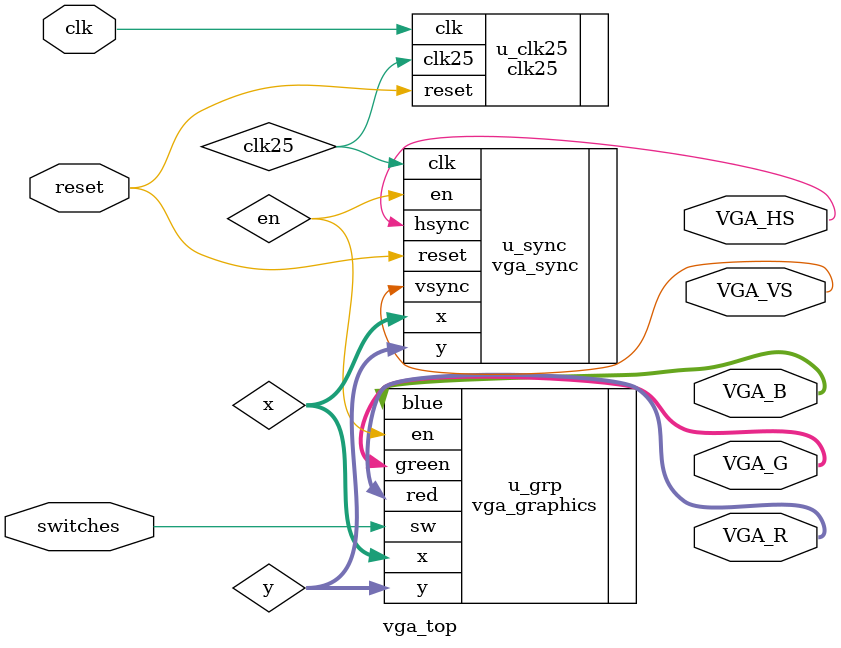
<source format=v>
module vga_top (
    input  wire       clk,
    input  wire       reset,
    input  wire [0:0] switches,
    output wire       VGA_HS,
    output wire       VGA_VS,
    output wire [3:0] VGA_R,
    output wire [3:0] VGA_G,
    output wire [3:0] VGA_B
);

    wire clk25;
    clk25 u_clk25 (
        .clk   (clk),
        .reset (reset),
        .clk25 (clk25)
    );

    wire [9:0] x;
    wire [9:0] y;
    wire       en;
    vga_sync u_sync (
        .clk      (clk25),
        .reset    (reset),
        .x        (x),
        .y        (y),
        .hsync    (VGA_HS),
        .vsync    (VGA_VS),
        .en       (en)
    );

    vga_graphics u_grp (
        .x(x), 
        .y(y), 
        .en(en), 
        .sw(switches[0]),
        .red(VGA_R), 
        .green(VGA_G), 
        .blue(VGA_B)
    );

endmodule
</source>
